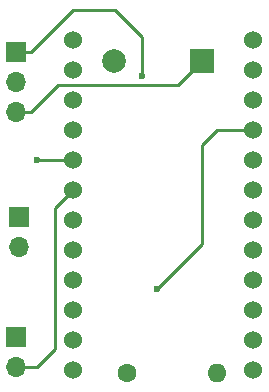
<source format=gbl>
G04 #@! TF.FileFunction,Copper,L2,Bot,Signal*
%FSLAX46Y46*%
G04 Gerber Fmt 4.6, Leading zero omitted, Abs format (unit mm)*
G04 Created by KiCad (PCBNEW 4.0.7-e2-6376~58~ubuntu16.04.1) date Thu Jan  4 23:54:05 2018*
%MOMM*%
%LPD*%
G01*
G04 APERTURE LIST*
%ADD10C,0.020000*%
%ADD11C,1.524000*%
%ADD12R,2.000000X2.000000*%
%ADD13C,2.000000*%
%ADD14C,1.600000*%
%ADD15O,1.600000X1.600000*%
%ADD16R,1.700000X1.700000*%
%ADD17O,1.700000X1.700000*%
%ADD18C,0.600000*%
%ADD19C,0.250000*%
G04 APERTURE END LIST*
D10*
D11*
X151638000Y-110998000D03*
X151638000Y-113538000D03*
X151638000Y-116078000D03*
X151638000Y-118618000D03*
X151638000Y-121158000D03*
X151638000Y-123698000D03*
X151638000Y-126238000D03*
X151638000Y-128778000D03*
X151638000Y-131318000D03*
X151638000Y-133858000D03*
X151638000Y-136398000D03*
X151638000Y-138938000D03*
X166878000Y-110998000D03*
X166878000Y-113538000D03*
X166878000Y-116078000D03*
X166878000Y-118618000D03*
X166878000Y-121158000D03*
X166878000Y-123698000D03*
X166878000Y-126238000D03*
X166878000Y-128778000D03*
X166878000Y-131318000D03*
X166878000Y-133858000D03*
X166878000Y-136398000D03*
X166878000Y-138938000D03*
D12*
X162560000Y-112776000D03*
D13*
X155060000Y-112776000D03*
D14*
X156210000Y-139192000D03*
D15*
X163830000Y-139192000D03*
D16*
X146812000Y-112014000D03*
D17*
X146812000Y-114554000D03*
X146812000Y-117094000D03*
D16*
X147066000Y-125984000D03*
D17*
X147066000Y-128524000D03*
D16*
X146812000Y-136144000D03*
D17*
X146812000Y-138684000D03*
D18*
X158750000Y-132080000D03*
X157480000Y-114046000D03*
X148590000Y-121158000D03*
D19*
X163830000Y-118618000D02*
X166878000Y-118618000D01*
X162560000Y-119888000D02*
X163830000Y-118618000D01*
X162560000Y-128270000D02*
X162560000Y-119888000D01*
X158750000Y-132080000D02*
X162560000Y-128270000D01*
X146812000Y-117094000D02*
X148082000Y-117094000D01*
X160528000Y-114808000D02*
X162560000Y-112776000D01*
X150368000Y-114808000D02*
X160528000Y-114808000D01*
X148082000Y-117094000D02*
X150368000Y-114808000D01*
X146812000Y-112014000D02*
X148082000Y-112014000D01*
X157480000Y-110744000D02*
X157480000Y-114046000D01*
X155194000Y-108458000D02*
X157480000Y-110744000D01*
X151638000Y-108458000D02*
X155194000Y-108458000D01*
X148082000Y-112014000D02*
X151638000Y-108458000D01*
X148590000Y-121158000D02*
X151638000Y-121158000D01*
X146812000Y-138684000D02*
X148590000Y-138684000D01*
X150114000Y-125222000D02*
X151638000Y-123698000D01*
X150114000Y-137160000D02*
X150114000Y-125222000D01*
X148590000Y-138684000D02*
X150114000Y-137160000D01*
M02*

</source>
